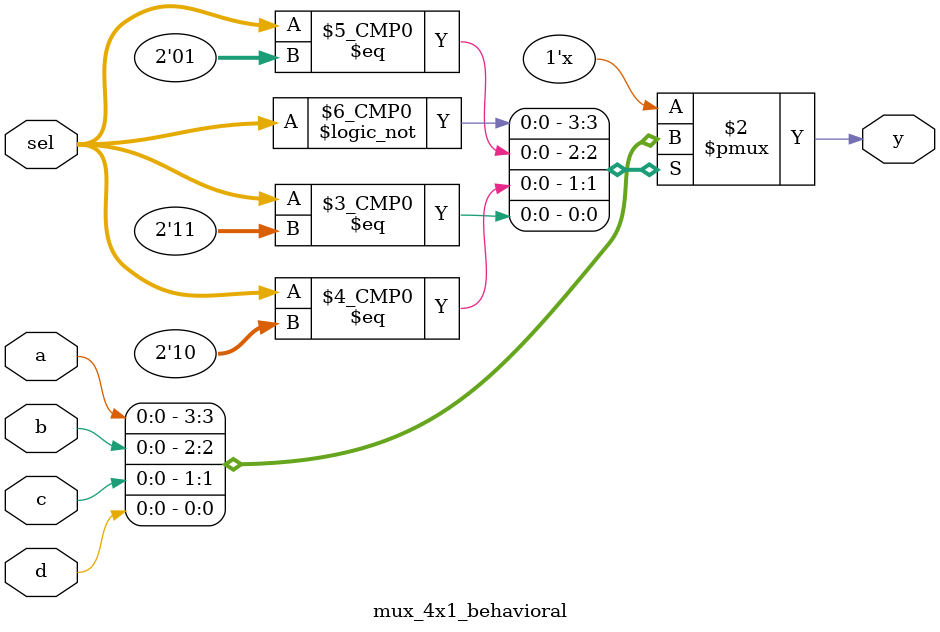
<source format=v>


module mux_4x1_behavioral(
    input       a, b, c, d,      // 4 Inputs
    input       [1:0] sel,       // Select
    output reg  y);              // 1 Output

    // ALWAYS BLOCK with NON-BLOCKING PROCEDURAL ASSIGNMENT STATEMENT
    always @ ( * ) begin
        case(sel)
            2'b00 : y <= a;
            2'b01 : y <= b;
            2'b10 : y <= c;
            2'b11 : y <= d;
        endcase
    end

endmodule

</source>
